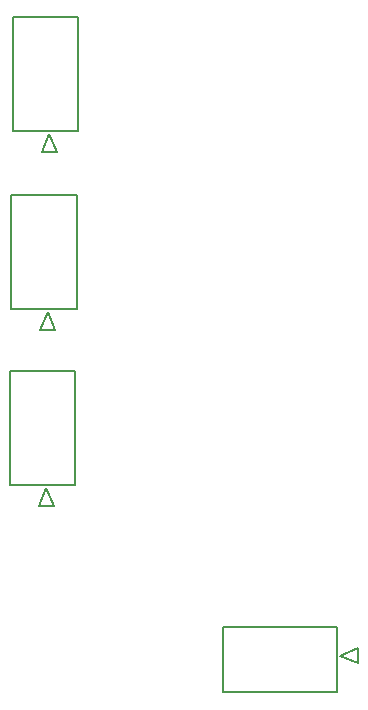
<source format=gbr>
%TF.GenerationSoftware,Altium Limited,Altium Designer,22.9.1 (49)*%
G04 Layer_Color=32768*
%FSLAX23Y23*%
%MOIN*%
%TF.SameCoordinates,7E49B892-F471-4493-957F-970E4ADD815D*%
%TF.FilePolarity,Positive*%
%TF.FileFunction,Other,Bottom_3D_Body*%
%TF.Part,Single*%
G01*
G75*
%TA.AperFunction,NonConductor*%
%ADD59C,0.005*%
D59*
X1178Y2811D02*
X1397D01*
X1178Y2431D02*
Y2811D01*
Y2431D02*
X1397D01*
Y2811D01*
X1300Y2421D02*
X1325Y2361D01*
X1275D02*
X1325D01*
X1275D02*
X1300Y2421D01*
X1886Y1153D02*
Y1372D01*
Y1153D02*
X2266D01*
Y1372D01*
X1886D02*
X2266D01*
X2276Y1275D02*
X2336Y1300D01*
Y1250D02*
Y1300D01*
X2276Y1275D02*
X2336Y1250D01*
X1183Y3404D02*
X1402D01*
X1183Y3024D02*
Y3404D01*
Y3024D02*
X1402D01*
Y3404D01*
X1305Y3014D02*
X1330Y2954D01*
X1280D02*
X1330D01*
X1280D02*
X1305Y3014D01*
X1173Y2224D02*
X1392D01*
X1173Y1844D02*
Y2224D01*
Y1844D02*
X1392D01*
Y2224D01*
X1295Y1834D02*
X1320Y1774D01*
X1270D02*
X1320D01*
X1270D02*
X1295Y1834D01*
%TF.MD5,9445a63af145d404771f4dfc640b4bce*%
M02*

</source>
